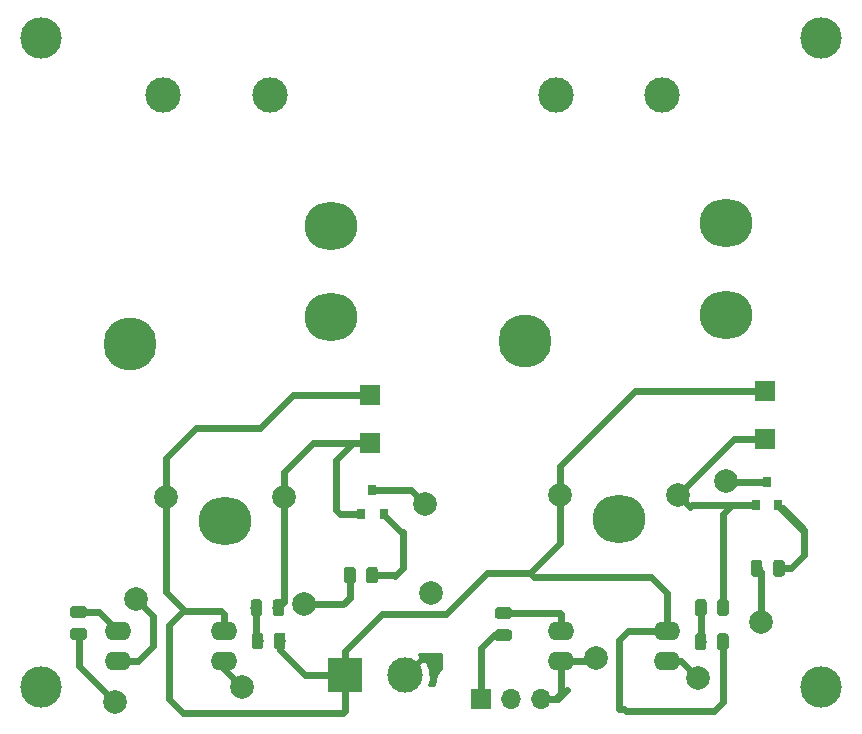
<source format=gtl>
G04 #@! TF.GenerationSoftware,KiCad,Pcbnew,(5.0.1)-3*
G04 #@! TF.CreationDate,2022-08-31T13:01:13+05:45*
G04 #@! TF.ProjectId,Relay-board,52656C61792D626F6172642E6B696361,rev?*
G04 #@! TF.SameCoordinates,Original*
G04 #@! TF.FileFunction,Copper,L1,Top,Signal*
G04 #@! TF.FilePolarity,Positive*
%FSLAX46Y46*%
G04 Gerber Fmt 4.6, Leading zero omitted, Abs format (unit mm)*
G04 Created by KiCad (PCBNEW (5.0.1)-3) date 8/31/2022 1:01:13 PM*
%MOMM*%
%LPD*%
G01*
G04 APERTURE LIST*
G04 #@! TA.AperFunction,WasherPad*
%ADD10C,3.500000*%
G04 #@! TD*
G04 #@! TA.AperFunction,Conductor*
%ADD11C,0.100000*%
G04 #@! TD*
G04 #@! TA.AperFunction,SMDPad,CuDef*
%ADD12C,0.975000*%
G04 #@! TD*
G04 #@! TA.AperFunction,ComponentPad*
%ADD13C,3.000000*%
G04 #@! TD*
G04 #@! TA.AperFunction,ComponentPad*
%ADD14R,3.000000X3.000000*%
G04 #@! TD*
G04 #@! TA.AperFunction,ComponentPad*
%ADD15R,1.700000X1.700000*%
G04 #@! TD*
G04 #@! TA.AperFunction,ComponentPad*
%ADD16O,1.700000X1.700000*%
G04 #@! TD*
G04 #@! TA.AperFunction,ComponentPad*
%ADD17O,4.500000X4.000000*%
G04 #@! TD*
G04 #@! TA.AperFunction,ComponentPad*
%ADD18C,2.000000*%
G04 #@! TD*
G04 #@! TA.AperFunction,ComponentPad*
%ADD19C,4.500000*%
G04 #@! TD*
G04 #@! TA.AperFunction,SMDPad,CuDef*
%ADD20R,1.700000X1.800000*%
G04 #@! TD*
G04 #@! TA.AperFunction,SMDPad,CuDef*
%ADD21O,2.250000X1.600000*%
G04 #@! TD*
G04 #@! TA.AperFunction,SMDPad,CuDef*
%ADD22R,0.800000X0.900000*%
G04 #@! TD*
G04 #@! TA.AperFunction,ViaPad*
%ADD23C,2.000000*%
G04 #@! TD*
G04 #@! TA.AperFunction,Conductor*
%ADD24C,0.600000*%
G04 #@! TD*
G04 #@! TA.AperFunction,Conductor*
%ADD25C,0.254000*%
G04 #@! TD*
G04 APERTURE END LIST*
D10*
G04 #@! TO.P,MH3,*
G04 #@! TO.N,*
X178000000Y-98000000D03*
G04 #@! TD*
G04 #@! TO.P,MH4,*
G04 #@! TO.N,*
X112000000Y-98000000D03*
G04 #@! TD*
G04 #@! TO.P,MH1,*
G04 #@! TO.N,*
X112000000Y-43000000D03*
G04 #@! TD*
D11*
G04 #@! TO.N,Net-(DL1-Pad1)*
G04 #@! TO.C,DL1*
G36*
X168100142Y-93441174D02*
X168123803Y-93444684D01*
X168147007Y-93450496D01*
X168169529Y-93458554D01*
X168191153Y-93468782D01*
X168211670Y-93481079D01*
X168230883Y-93495329D01*
X168248607Y-93511393D01*
X168264671Y-93529117D01*
X168278921Y-93548330D01*
X168291218Y-93568847D01*
X168301446Y-93590471D01*
X168309504Y-93612993D01*
X168315316Y-93636197D01*
X168318826Y-93659858D01*
X168320000Y-93683750D01*
X168320000Y-94596250D01*
X168318826Y-94620142D01*
X168315316Y-94643803D01*
X168309504Y-94667007D01*
X168301446Y-94689529D01*
X168291218Y-94711153D01*
X168278921Y-94731670D01*
X168264671Y-94750883D01*
X168248607Y-94768607D01*
X168230883Y-94784671D01*
X168211670Y-94798921D01*
X168191153Y-94811218D01*
X168169529Y-94821446D01*
X168147007Y-94829504D01*
X168123803Y-94835316D01*
X168100142Y-94838826D01*
X168076250Y-94840000D01*
X167588750Y-94840000D01*
X167564858Y-94838826D01*
X167541197Y-94835316D01*
X167517993Y-94829504D01*
X167495471Y-94821446D01*
X167473847Y-94811218D01*
X167453330Y-94798921D01*
X167434117Y-94784671D01*
X167416393Y-94768607D01*
X167400329Y-94750883D01*
X167386079Y-94731670D01*
X167373782Y-94711153D01*
X167363554Y-94689529D01*
X167355496Y-94667007D01*
X167349684Y-94643803D01*
X167346174Y-94620142D01*
X167345000Y-94596250D01*
X167345000Y-93683750D01*
X167346174Y-93659858D01*
X167349684Y-93636197D01*
X167355496Y-93612993D01*
X167363554Y-93590471D01*
X167373782Y-93568847D01*
X167386079Y-93548330D01*
X167400329Y-93529117D01*
X167416393Y-93511393D01*
X167434117Y-93495329D01*
X167453330Y-93481079D01*
X167473847Y-93468782D01*
X167495471Y-93458554D01*
X167517993Y-93450496D01*
X167541197Y-93444684D01*
X167564858Y-93441174D01*
X167588750Y-93440000D01*
X168076250Y-93440000D01*
X168100142Y-93441174D01*
X168100142Y-93441174D01*
G37*
D12*
G04 #@! TD*
G04 #@! TO.P,DL1,1*
G04 #@! TO.N,Net-(DL1-Pad1)*
X167832500Y-94140000D03*
D11*
G04 #@! TO.N,VPOWER*
G04 #@! TO.C,DL1*
G36*
X169975142Y-93441174D02*
X169998803Y-93444684D01*
X170022007Y-93450496D01*
X170044529Y-93458554D01*
X170066153Y-93468782D01*
X170086670Y-93481079D01*
X170105883Y-93495329D01*
X170123607Y-93511393D01*
X170139671Y-93529117D01*
X170153921Y-93548330D01*
X170166218Y-93568847D01*
X170176446Y-93590471D01*
X170184504Y-93612993D01*
X170190316Y-93636197D01*
X170193826Y-93659858D01*
X170195000Y-93683750D01*
X170195000Y-94596250D01*
X170193826Y-94620142D01*
X170190316Y-94643803D01*
X170184504Y-94667007D01*
X170176446Y-94689529D01*
X170166218Y-94711153D01*
X170153921Y-94731670D01*
X170139671Y-94750883D01*
X170123607Y-94768607D01*
X170105883Y-94784671D01*
X170086670Y-94798921D01*
X170066153Y-94811218D01*
X170044529Y-94821446D01*
X170022007Y-94829504D01*
X169998803Y-94835316D01*
X169975142Y-94838826D01*
X169951250Y-94840000D01*
X169463750Y-94840000D01*
X169439858Y-94838826D01*
X169416197Y-94835316D01*
X169392993Y-94829504D01*
X169370471Y-94821446D01*
X169348847Y-94811218D01*
X169328330Y-94798921D01*
X169309117Y-94784671D01*
X169291393Y-94768607D01*
X169275329Y-94750883D01*
X169261079Y-94731670D01*
X169248782Y-94711153D01*
X169238554Y-94689529D01*
X169230496Y-94667007D01*
X169224684Y-94643803D01*
X169221174Y-94620142D01*
X169220000Y-94596250D01*
X169220000Y-93683750D01*
X169221174Y-93659858D01*
X169224684Y-93636197D01*
X169230496Y-93612993D01*
X169238554Y-93590471D01*
X169248782Y-93568847D01*
X169261079Y-93548330D01*
X169275329Y-93529117D01*
X169291393Y-93511393D01*
X169309117Y-93495329D01*
X169328330Y-93481079D01*
X169348847Y-93468782D01*
X169370471Y-93458554D01*
X169392993Y-93450496D01*
X169416197Y-93444684D01*
X169439858Y-93441174D01*
X169463750Y-93440000D01*
X169951250Y-93440000D01*
X169975142Y-93441174D01*
X169975142Y-93441174D01*
G37*
D12*
G04 #@! TD*
G04 #@! TO.P,DL1,2*
G04 #@! TO.N,VPOWER*
X169707500Y-94140000D03*
D11*
G04 #@! TO.N,VPOWER*
G04 #@! TO.C,DL2*
G36*
X132457642Y-93381174D02*
X132481303Y-93384684D01*
X132504507Y-93390496D01*
X132527029Y-93398554D01*
X132548653Y-93408782D01*
X132569170Y-93421079D01*
X132588383Y-93435329D01*
X132606107Y-93451393D01*
X132622171Y-93469117D01*
X132636421Y-93488330D01*
X132648718Y-93508847D01*
X132658946Y-93530471D01*
X132667004Y-93552993D01*
X132672816Y-93576197D01*
X132676326Y-93599858D01*
X132677500Y-93623750D01*
X132677500Y-94536250D01*
X132676326Y-94560142D01*
X132672816Y-94583803D01*
X132667004Y-94607007D01*
X132658946Y-94629529D01*
X132648718Y-94651153D01*
X132636421Y-94671670D01*
X132622171Y-94690883D01*
X132606107Y-94708607D01*
X132588383Y-94724671D01*
X132569170Y-94738921D01*
X132548653Y-94751218D01*
X132527029Y-94761446D01*
X132504507Y-94769504D01*
X132481303Y-94775316D01*
X132457642Y-94778826D01*
X132433750Y-94780000D01*
X131946250Y-94780000D01*
X131922358Y-94778826D01*
X131898697Y-94775316D01*
X131875493Y-94769504D01*
X131852971Y-94761446D01*
X131831347Y-94751218D01*
X131810830Y-94738921D01*
X131791617Y-94724671D01*
X131773893Y-94708607D01*
X131757829Y-94690883D01*
X131743579Y-94671670D01*
X131731282Y-94651153D01*
X131721054Y-94629529D01*
X131712996Y-94607007D01*
X131707184Y-94583803D01*
X131703674Y-94560142D01*
X131702500Y-94536250D01*
X131702500Y-93623750D01*
X131703674Y-93599858D01*
X131707184Y-93576197D01*
X131712996Y-93552993D01*
X131721054Y-93530471D01*
X131731282Y-93508847D01*
X131743579Y-93488330D01*
X131757829Y-93469117D01*
X131773893Y-93451393D01*
X131791617Y-93435329D01*
X131810830Y-93421079D01*
X131831347Y-93408782D01*
X131852971Y-93398554D01*
X131875493Y-93390496D01*
X131898697Y-93384684D01*
X131922358Y-93381174D01*
X131946250Y-93380000D01*
X132433750Y-93380000D01*
X132457642Y-93381174D01*
X132457642Y-93381174D01*
G37*
D12*
G04 #@! TD*
G04 #@! TO.P,DL2,2*
G04 #@! TO.N,VPOWER*
X132190000Y-94080000D03*
D11*
G04 #@! TO.N,Net-(DL2-Pad1)*
G04 #@! TO.C,DL2*
G36*
X130582642Y-93381174D02*
X130606303Y-93384684D01*
X130629507Y-93390496D01*
X130652029Y-93398554D01*
X130673653Y-93408782D01*
X130694170Y-93421079D01*
X130713383Y-93435329D01*
X130731107Y-93451393D01*
X130747171Y-93469117D01*
X130761421Y-93488330D01*
X130773718Y-93508847D01*
X130783946Y-93530471D01*
X130792004Y-93552993D01*
X130797816Y-93576197D01*
X130801326Y-93599858D01*
X130802500Y-93623750D01*
X130802500Y-94536250D01*
X130801326Y-94560142D01*
X130797816Y-94583803D01*
X130792004Y-94607007D01*
X130783946Y-94629529D01*
X130773718Y-94651153D01*
X130761421Y-94671670D01*
X130747171Y-94690883D01*
X130731107Y-94708607D01*
X130713383Y-94724671D01*
X130694170Y-94738921D01*
X130673653Y-94751218D01*
X130652029Y-94761446D01*
X130629507Y-94769504D01*
X130606303Y-94775316D01*
X130582642Y-94778826D01*
X130558750Y-94780000D01*
X130071250Y-94780000D01*
X130047358Y-94778826D01*
X130023697Y-94775316D01*
X130000493Y-94769504D01*
X129977971Y-94761446D01*
X129956347Y-94751218D01*
X129935830Y-94738921D01*
X129916617Y-94724671D01*
X129898893Y-94708607D01*
X129882829Y-94690883D01*
X129868579Y-94671670D01*
X129856282Y-94651153D01*
X129846054Y-94629529D01*
X129837996Y-94607007D01*
X129832184Y-94583803D01*
X129828674Y-94560142D01*
X129827500Y-94536250D01*
X129827500Y-93623750D01*
X129828674Y-93599858D01*
X129832184Y-93576197D01*
X129837996Y-93552993D01*
X129846054Y-93530471D01*
X129856282Y-93508847D01*
X129868579Y-93488330D01*
X129882829Y-93469117D01*
X129898893Y-93451393D01*
X129916617Y-93435329D01*
X129935830Y-93421079D01*
X129956347Y-93408782D01*
X129977971Y-93398554D01*
X130000493Y-93390496D01*
X130023697Y-93384684D01*
X130047358Y-93381174D01*
X130071250Y-93380000D01*
X130558750Y-93380000D01*
X130582642Y-93381174D01*
X130582642Y-93381174D01*
G37*
D12*
G04 #@! TD*
G04 #@! TO.P,DL2,1*
G04 #@! TO.N,Net-(DL2-Pad1)*
X130315000Y-94080000D03*
D13*
G04 #@! TO.P,J1,1*
G04 #@! TO.N,COM1*
X155560000Y-47820000D03*
G04 #@! TO.P,J1,2*
G04 #@! TO.N,NO1*
X164560000Y-47820000D03*
G04 #@! TD*
G04 #@! TO.P,J2,2*
G04 #@! TO.N,GND*
X142830000Y-97000000D03*
D14*
G04 #@! TO.P,J2,1*
G04 #@! TO.N,VPOWER*
X137750000Y-97000000D03*
G04 #@! TD*
D13*
G04 #@! TO.P,J4,2*
G04 #@! TO.N,NO2*
X131340000Y-47880000D03*
G04 #@! TO.P,J4,1*
G04 #@! TO.N,COM2*
X122340000Y-47880000D03*
G04 #@! TD*
D11*
G04 #@! TO.N,Net-(R1-Pad2)*
G04 #@! TO.C,R1*
G36*
X151610142Y-91233674D02*
X151633803Y-91237184D01*
X151657007Y-91242996D01*
X151679529Y-91251054D01*
X151701153Y-91261282D01*
X151721670Y-91273579D01*
X151740883Y-91287829D01*
X151758607Y-91303893D01*
X151774671Y-91321617D01*
X151788921Y-91340830D01*
X151801218Y-91361347D01*
X151811446Y-91382971D01*
X151819504Y-91405493D01*
X151825316Y-91428697D01*
X151828826Y-91452358D01*
X151830000Y-91476250D01*
X151830000Y-91963750D01*
X151828826Y-91987642D01*
X151825316Y-92011303D01*
X151819504Y-92034507D01*
X151811446Y-92057029D01*
X151801218Y-92078653D01*
X151788921Y-92099170D01*
X151774671Y-92118383D01*
X151758607Y-92136107D01*
X151740883Y-92152171D01*
X151721670Y-92166421D01*
X151701153Y-92178718D01*
X151679529Y-92188946D01*
X151657007Y-92197004D01*
X151633803Y-92202816D01*
X151610142Y-92206326D01*
X151586250Y-92207500D01*
X150673750Y-92207500D01*
X150649858Y-92206326D01*
X150626197Y-92202816D01*
X150602993Y-92197004D01*
X150580471Y-92188946D01*
X150558847Y-92178718D01*
X150538330Y-92166421D01*
X150519117Y-92152171D01*
X150501393Y-92136107D01*
X150485329Y-92118383D01*
X150471079Y-92099170D01*
X150458782Y-92078653D01*
X150448554Y-92057029D01*
X150440496Y-92034507D01*
X150434684Y-92011303D01*
X150431174Y-91987642D01*
X150430000Y-91963750D01*
X150430000Y-91476250D01*
X150431174Y-91452358D01*
X150434684Y-91428697D01*
X150440496Y-91405493D01*
X150448554Y-91382971D01*
X150458782Y-91361347D01*
X150471079Y-91340830D01*
X150485329Y-91321617D01*
X150501393Y-91303893D01*
X150519117Y-91287829D01*
X150538330Y-91273579D01*
X150558847Y-91261282D01*
X150580471Y-91251054D01*
X150602993Y-91242996D01*
X150626197Y-91237184D01*
X150649858Y-91233674D01*
X150673750Y-91232500D01*
X151586250Y-91232500D01*
X151610142Y-91233674D01*
X151610142Y-91233674D01*
G37*
D12*
G04 #@! TD*
G04 #@! TO.P,R1,2*
G04 #@! TO.N,Net-(R1-Pad2)*
X151130000Y-91720000D03*
D11*
G04 #@! TO.N,IN1*
G04 #@! TO.C,R1*
G36*
X151610142Y-93108674D02*
X151633803Y-93112184D01*
X151657007Y-93117996D01*
X151679529Y-93126054D01*
X151701153Y-93136282D01*
X151721670Y-93148579D01*
X151740883Y-93162829D01*
X151758607Y-93178893D01*
X151774671Y-93196617D01*
X151788921Y-93215830D01*
X151801218Y-93236347D01*
X151811446Y-93257971D01*
X151819504Y-93280493D01*
X151825316Y-93303697D01*
X151828826Y-93327358D01*
X151830000Y-93351250D01*
X151830000Y-93838750D01*
X151828826Y-93862642D01*
X151825316Y-93886303D01*
X151819504Y-93909507D01*
X151811446Y-93932029D01*
X151801218Y-93953653D01*
X151788921Y-93974170D01*
X151774671Y-93993383D01*
X151758607Y-94011107D01*
X151740883Y-94027171D01*
X151721670Y-94041421D01*
X151701153Y-94053718D01*
X151679529Y-94063946D01*
X151657007Y-94072004D01*
X151633803Y-94077816D01*
X151610142Y-94081326D01*
X151586250Y-94082500D01*
X150673750Y-94082500D01*
X150649858Y-94081326D01*
X150626197Y-94077816D01*
X150602993Y-94072004D01*
X150580471Y-94063946D01*
X150558847Y-94053718D01*
X150538330Y-94041421D01*
X150519117Y-94027171D01*
X150501393Y-94011107D01*
X150485329Y-93993383D01*
X150471079Y-93974170D01*
X150458782Y-93953653D01*
X150448554Y-93932029D01*
X150440496Y-93909507D01*
X150434684Y-93886303D01*
X150431174Y-93862642D01*
X150430000Y-93838750D01*
X150430000Y-93351250D01*
X150431174Y-93327358D01*
X150434684Y-93303697D01*
X150440496Y-93280493D01*
X150448554Y-93257971D01*
X150458782Y-93236347D01*
X150471079Y-93215830D01*
X150485329Y-93196617D01*
X150501393Y-93178893D01*
X150519117Y-93162829D01*
X150538330Y-93148579D01*
X150558847Y-93136282D01*
X150580471Y-93126054D01*
X150602993Y-93117996D01*
X150626197Y-93112184D01*
X150649858Y-93108674D01*
X150673750Y-93107500D01*
X151586250Y-93107500D01*
X151610142Y-93108674D01*
X151610142Y-93108674D01*
G37*
D12*
G04 #@! TD*
G04 #@! TO.P,R1,1*
G04 #@! TO.N,IN1*
X151130000Y-93595000D03*
D11*
G04 #@! TO.N,Net-(D1-Pad2)*
G04 #@! TO.C,R2*
G36*
X169992642Y-90561174D02*
X170016303Y-90564684D01*
X170039507Y-90570496D01*
X170062029Y-90578554D01*
X170083653Y-90588782D01*
X170104170Y-90601079D01*
X170123383Y-90615329D01*
X170141107Y-90631393D01*
X170157171Y-90649117D01*
X170171421Y-90668330D01*
X170183718Y-90688847D01*
X170193946Y-90710471D01*
X170202004Y-90732993D01*
X170207816Y-90756197D01*
X170211326Y-90779858D01*
X170212500Y-90803750D01*
X170212500Y-91716250D01*
X170211326Y-91740142D01*
X170207816Y-91763803D01*
X170202004Y-91787007D01*
X170193946Y-91809529D01*
X170183718Y-91831153D01*
X170171421Y-91851670D01*
X170157171Y-91870883D01*
X170141107Y-91888607D01*
X170123383Y-91904671D01*
X170104170Y-91918921D01*
X170083653Y-91931218D01*
X170062029Y-91941446D01*
X170039507Y-91949504D01*
X170016303Y-91955316D01*
X169992642Y-91958826D01*
X169968750Y-91960000D01*
X169481250Y-91960000D01*
X169457358Y-91958826D01*
X169433697Y-91955316D01*
X169410493Y-91949504D01*
X169387971Y-91941446D01*
X169366347Y-91931218D01*
X169345830Y-91918921D01*
X169326617Y-91904671D01*
X169308893Y-91888607D01*
X169292829Y-91870883D01*
X169278579Y-91851670D01*
X169266282Y-91831153D01*
X169256054Y-91809529D01*
X169247996Y-91787007D01*
X169242184Y-91763803D01*
X169238674Y-91740142D01*
X169237500Y-91716250D01*
X169237500Y-90803750D01*
X169238674Y-90779858D01*
X169242184Y-90756197D01*
X169247996Y-90732993D01*
X169256054Y-90710471D01*
X169266282Y-90688847D01*
X169278579Y-90668330D01*
X169292829Y-90649117D01*
X169308893Y-90631393D01*
X169326617Y-90615329D01*
X169345830Y-90601079D01*
X169366347Y-90588782D01*
X169387971Y-90578554D01*
X169410493Y-90570496D01*
X169433697Y-90564684D01*
X169457358Y-90561174D01*
X169481250Y-90560000D01*
X169968750Y-90560000D01*
X169992642Y-90561174D01*
X169992642Y-90561174D01*
G37*
D12*
G04 #@! TD*
G04 #@! TO.P,R2,1*
G04 #@! TO.N,Net-(D1-Pad2)*
X169725000Y-91260000D03*
D11*
G04 #@! TO.N,Net-(DL1-Pad1)*
G04 #@! TO.C,R2*
G36*
X168117642Y-90561174D02*
X168141303Y-90564684D01*
X168164507Y-90570496D01*
X168187029Y-90578554D01*
X168208653Y-90588782D01*
X168229170Y-90601079D01*
X168248383Y-90615329D01*
X168266107Y-90631393D01*
X168282171Y-90649117D01*
X168296421Y-90668330D01*
X168308718Y-90688847D01*
X168318946Y-90710471D01*
X168327004Y-90732993D01*
X168332816Y-90756197D01*
X168336326Y-90779858D01*
X168337500Y-90803750D01*
X168337500Y-91716250D01*
X168336326Y-91740142D01*
X168332816Y-91763803D01*
X168327004Y-91787007D01*
X168318946Y-91809529D01*
X168308718Y-91831153D01*
X168296421Y-91851670D01*
X168282171Y-91870883D01*
X168266107Y-91888607D01*
X168248383Y-91904671D01*
X168229170Y-91918921D01*
X168208653Y-91931218D01*
X168187029Y-91941446D01*
X168164507Y-91949504D01*
X168141303Y-91955316D01*
X168117642Y-91958826D01*
X168093750Y-91960000D01*
X167606250Y-91960000D01*
X167582358Y-91958826D01*
X167558697Y-91955316D01*
X167535493Y-91949504D01*
X167512971Y-91941446D01*
X167491347Y-91931218D01*
X167470830Y-91918921D01*
X167451617Y-91904671D01*
X167433893Y-91888607D01*
X167417829Y-91870883D01*
X167403579Y-91851670D01*
X167391282Y-91831153D01*
X167381054Y-91809529D01*
X167372996Y-91787007D01*
X167367184Y-91763803D01*
X167363674Y-91740142D01*
X167362500Y-91716250D01*
X167362500Y-90803750D01*
X167363674Y-90779858D01*
X167367184Y-90756197D01*
X167372996Y-90732993D01*
X167381054Y-90710471D01*
X167391282Y-90688847D01*
X167403579Y-90668330D01*
X167417829Y-90649117D01*
X167433893Y-90631393D01*
X167451617Y-90615329D01*
X167470830Y-90601079D01*
X167491347Y-90588782D01*
X167512971Y-90578554D01*
X167535493Y-90570496D01*
X167558697Y-90564684D01*
X167582358Y-90561174D01*
X167606250Y-90560000D01*
X168093750Y-90560000D01*
X168117642Y-90561174D01*
X168117642Y-90561174D01*
G37*
D12*
G04 #@! TD*
G04 #@! TO.P,R2,2*
G04 #@! TO.N,Net-(DL1-Pad1)*
X167850000Y-91260000D03*
D11*
G04 #@! TO.N,Net-(Q1-Pad2)*
G04 #@! TO.C,R3*
G36*
X174725142Y-87231174D02*
X174748803Y-87234684D01*
X174772007Y-87240496D01*
X174794529Y-87248554D01*
X174816153Y-87258782D01*
X174836670Y-87271079D01*
X174855883Y-87285329D01*
X174873607Y-87301393D01*
X174889671Y-87319117D01*
X174903921Y-87338330D01*
X174916218Y-87358847D01*
X174926446Y-87380471D01*
X174934504Y-87402993D01*
X174940316Y-87426197D01*
X174943826Y-87449858D01*
X174945000Y-87473750D01*
X174945000Y-88386250D01*
X174943826Y-88410142D01*
X174940316Y-88433803D01*
X174934504Y-88457007D01*
X174926446Y-88479529D01*
X174916218Y-88501153D01*
X174903921Y-88521670D01*
X174889671Y-88540883D01*
X174873607Y-88558607D01*
X174855883Y-88574671D01*
X174836670Y-88588921D01*
X174816153Y-88601218D01*
X174794529Y-88611446D01*
X174772007Y-88619504D01*
X174748803Y-88625316D01*
X174725142Y-88628826D01*
X174701250Y-88630000D01*
X174213750Y-88630000D01*
X174189858Y-88628826D01*
X174166197Y-88625316D01*
X174142993Y-88619504D01*
X174120471Y-88611446D01*
X174098847Y-88601218D01*
X174078330Y-88588921D01*
X174059117Y-88574671D01*
X174041393Y-88558607D01*
X174025329Y-88540883D01*
X174011079Y-88521670D01*
X173998782Y-88501153D01*
X173988554Y-88479529D01*
X173980496Y-88457007D01*
X173974684Y-88433803D01*
X173971174Y-88410142D01*
X173970000Y-88386250D01*
X173970000Y-87473750D01*
X173971174Y-87449858D01*
X173974684Y-87426197D01*
X173980496Y-87402993D01*
X173988554Y-87380471D01*
X173998782Y-87358847D01*
X174011079Y-87338330D01*
X174025329Y-87319117D01*
X174041393Y-87301393D01*
X174059117Y-87285329D01*
X174078330Y-87271079D01*
X174098847Y-87258782D01*
X174120471Y-87248554D01*
X174142993Y-87240496D01*
X174166197Y-87234684D01*
X174189858Y-87231174D01*
X174213750Y-87230000D01*
X174701250Y-87230000D01*
X174725142Y-87231174D01*
X174725142Y-87231174D01*
G37*
D12*
G04 #@! TD*
G04 #@! TO.P,R3,1*
G04 #@! TO.N,Net-(Q1-Pad2)*
X174457500Y-87930000D03*
D11*
G04 #@! TO.N,Net-(R3-Pad2)*
G04 #@! TO.C,R3*
G36*
X172850142Y-87231174D02*
X172873803Y-87234684D01*
X172897007Y-87240496D01*
X172919529Y-87248554D01*
X172941153Y-87258782D01*
X172961670Y-87271079D01*
X172980883Y-87285329D01*
X172998607Y-87301393D01*
X173014671Y-87319117D01*
X173028921Y-87338330D01*
X173041218Y-87358847D01*
X173051446Y-87380471D01*
X173059504Y-87402993D01*
X173065316Y-87426197D01*
X173068826Y-87449858D01*
X173070000Y-87473750D01*
X173070000Y-88386250D01*
X173068826Y-88410142D01*
X173065316Y-88433803D01*
X173059504Y-88457007D01*
X173051446Y-88479529D01*
X173041218Y-88501153D01*
X173028921Y-88521670D01*
X173014671Y-88540883D01*
X172998607Y-88558607D01*
X172980883Y-88574671D01*
X172961670Y-88588921D01*
X172941153Y-88601218D01*
X172919529Y-88611446D01*
X172897007Y-88619504D01*
X172873803Y-88625316D01*
X172850142Y-88628826D01*
X172826250Y-88630000D01*
X172338750Y-88630000D01*
X172314858Y-88628826D01*
X172291197Y-88625316D01*
X172267993Y-88619504D01*
X172245471Y-88611446D01*
X172223847Y-88601218D01*
X172203330Y-88588921D01*
X172184117Y-88574671D01*
X172166393Y-88558607D01*
X172150329Y-88540883D01*
X172136079Y-88521670D01*
X172123782Y-88501153D01*
X172113554Y-88479529D01*
X172105496Y-88457007D01*
X172099684Y-88433803D01*
X172096174Y-88410142D01*
X172095000Y-88386250D01*
X172095000Y-87473750D01*
X172096174Y-87449858D01*
X172099684Y-87426197D01*
X172105496Y-87402993D01*
X172113554Y-87380471D01*
X172123782Y-87358847D01*
X172136079Y-87338330D01*
X172150329Y-87319117D01*
X172166393Y-87301393D01*
X172184117Y-87285329D01*
X172203330Y-87271079D01*
X172223847Y-87258782D01*
X172245471Y-87248554D01*
X172267993Y-87240496D01*
X172291197Y-87234684D01*
X172314858Y-87231174D01*
X172338750Y-87230000D01*
X172826250Y-87230000D01*
X172850142Y-87231174D01*
X172850142Y-87231174D01*
G37*
D12*
G04 #@! TD*
G04 #@! TO.P,R3,2*
G04 #@! TO.N,Net-(R3-Pad2)*
X172582500Y-87930000D03*
D11*
G04 #@! TO.N,Net-(R4-Pad2)*
G04 #@! TO.C,R4*
G36*
X115640142Y-91128674D02*
X115663803Y-91132184D01*
X115687007Y-91137996D01*
X115709529Y-91146054D01*
X115731153Y-91156282D01*
X115751670Y-91168579D01*
X115770883Y-91182829D01*
X115788607Y-91198893D01*
X115804671Y-91216617D01*
X115818921Y-91235830D01*
X115831218Y-91256347D01*
X115841446Y-91277971D01*
X115849504Y-91300493D01*
X115855316Y-91323697D01*
X115858826Y-91347358D01*
X115860000Y-91371250D01*
X115860000Y-91858750D01*
X115858826Y-91882642D01*
X115855316Y-91906303D01*
X115849504Y-91929507D01*
X115841446Y-91952029D01*
X115831218Y-91973653D01*
X115818921Y-91994170D01*
X115804671Y-92013383D01*
X115788607Y-92031107D01*
X115770883Y-92047171D01*
X115751670Y-92061421D01*
X115731153Y-92073718D01*
X115709529Y-92083946D01*
X115687007Y-92092004D01*
X115663803Y-92097816D01*
X115640142Y-92101326D01*
X115616250Y-92102500D01*
X114703750Y-92102500D01*
X114679858Y-92101326D01*
X114656197Y-92097816D01*
X114632993Y-92092004D01*
X114610471Y-92083946D01*
X114588847Y-92073718D01*
X114568330Y-92061421D01*
X114549117Y-92047171D01*
X114531393Y-92031107D01*
X114515329Y-92013383D01*
X114501079Y-91994170D01*
X114488782Y-91973653D01*
X114478554Y-91952029D01*
X114470496Y-91929507D01*
X114464684Y-91906303D01*
X114461174Y-91882642D01*
X114460000Y-91858750D01*
X114460000Y-91371250D01*
X114461174Y-91347358D01*
X114464684Y-91323697D01*
X114470496Y-91300493D01*
X114478554Y-91277971D01*
X114488782Y-91256347D01*
X114501079Y-91235830D01*
X114515329Y-91216617D01*
X114531393Y-91198893D01*
X114549117Y-91182829D01*
X114568330Y-91168579D01*
X114588847Y-91156282D01*
X114610471Y-91146054D01*
X114632993Y-91137996D01*
X114656197Y-91132184D01*
X114679858Y-91128674D01*
X114703750Y-91127500D01*
X115616250Y-91127500D01*
X115640142Y-91128674D01*
X115640142Y-91128674D01*
G37*
D12*
G04 #@! TD*
G04 #@! TO.P,R4,2*
G04 #@! TO.N,Net-(R4-Pad2)*
X115160000Y-91615000D03*
D11*
G04 #@! TO.N,IN2*
G04 #@! TO.C,R4*
G36*
X115640142Y-93003674D02*
X115663803Y-93007184D01*
X115687007Y-93012996D01*
X115709529Y-93021054D01*
X115731153Y-93031282D01*
X115751670Y-93043579D01*
X115770883Y-93057829D01*
X115788607Y-93073893D01*
X115804671Y-93091617D01*
X115818921Y-93110830D01*
X115831218Y-93131347D01*
X115841446Y-93152971D01*
X115849504Y-93175493D01*
X115855316Y-93198697D01*
X115858826Y-93222358D01*
X115860000Y-93246250D01*
X115860000Y-93733750D01*
X115858826Y-93757642D01*
X115855316Y-93781303D01*
X115849504Y-93804507D01*
X115841446Y-93827029D01*
X115831218Y-93848653D01*
X115818921Y-93869170D01*
X115804671Y-93888383D01*
X115788607Y-93906107D01*
X115770883Y-93922171D01*
X115751670Y-93936421D01*
X115731153Y-93948718D01*
X115709529Y-93958946D01*
X115687007Y-93967004D01*
X115663803Y-93972816D01*
X115640142Y-93976326D01*
X115616250Y-93977500D01*
X114703750Y-93977500D01*
X114679858Y-93976326D01*
X114656197Y-93972816D01*
X114632993Y-93967004D01*
X114610471Y-93958946D01*
X114588847Y-93948718D01*
X114568330Y-93936421D01*
X114549117Y-93922171D01*
X114531393Y-93906107D01*
X114515329Y-93888383D01*
X114501079Y-93869170D01*
X114488782Y-93848653D01*
X114478554Y-93827029D01*
X114470496Y-93804507D01*
X114464684Y-93781303D01*
X114461174Y-93757642D01*
X114460000Y-93733750D01*
X114460000Y-93246250D01*
X114461174Y-93222358D01*
X114464684Y-93198697D01*
X114470496Y-93175493D01*
X114478554Y-93152971D01*
X114488782Y-93131347D01*
X114501079Y-93110830D01*
X114515329Y-93091617D01*
X114531393Y-93073893D01*
X114549117Y-93057829D01*
X114568330Y-93043579D01*
X114588847Y-93031282D01*
X114610471Y-93021054D01*
X114632993Y-93012996D01*
X114656197Y-93007184D01*
X114679858Y-93003674D01*
X114703750Y-93002500D01*
X115616250Y-93002500D01*
X115640142Y-93003674D01*
X115640142Y-93003674D01*
G37*
D12*
G04 #@! TD*
G04 #@! TO.P,R4,1*
G04 #@! TO.N,IN2*
X115160000Y-93490000D03*
D11*
G04 #@! TO.N,Net-(DL2-Pad1)*
G04 #@! TO.C,R5*
G36*
X130480142Y-90561174D02*
X130503803Y-90564684D01*
X130527007Y-90570496D01*
X130549529Y-90578554D01*
X130571153Y-90588782D01*
X130591670Y-90601079D01*
X130610883Y-90615329D01*
X130628607Y-90631393D01*
X130644671Y-90649117D01*
X130658921Y-90668330D01*
X130671218Y-90688847D01*
X130681446Y-90710471D01*
X130689504Y-90732993D01*
X130695316Y-90756197D01*
X130698826Y-90779858D01*
X130700000Y-90803750D01*
X130700000Y-91716250D01*
X130698826Y-91740142D01*
X130695316Y-91763803D01*
X130689504Y-91787007D01*
X130681446Y-91809529D01*
X130671218Y-91831153D01*
X130658921Y-91851670D01*
X130644671Y-91870883D01*
X130628607Y-91888607D01*
X130610883Y-91904671D01*
X130591670Y-91918921D01*
X130571153Y-91931218D01*
X130549529Y-91941446D01*
X130527007Y-91949504D01*
X130503803Y-91955316D01*
X130480142Y-91958826D01*
X130456250Y-91960000D01*
X129968750Y-91960000D01*
X129944858Y-91958826D01*
X129921197Y-91955316D01*
X129897993Y-91949504D01*
X129875471Y-91941446D01*
X129853847Y-91931218D01*
X129833330Y-91918921D01*
X129814117Y-91904671D01*
X129796393Y-91888607D01*
X129780329Y-91870883D01*
X129766079Y-91851670D01*
X129753782Y-91831153D01*
X129743554Y-91809529D01*
X129735496Y-91787007D01*
X129729684Y-91763803D01*
X129726174Y-91740142D01*
X129725000Y-91716250D01*
X129725000Y-90803750D01*
X129726174Y-90779858D01*
X129729684Y-90756197D01*
X129735496Y-90732993D01*
X129743554Y-90710471D01*
X129753782Y-90688847D01*
X129766079Y-90668330D01*
X129780329Y-90649117D01*
X129796393Y-90631393D01*
X129814117Y-90615329D01*
X129833330Y-90601079D01*
X129853847Y-90588782D01*
X129875471Y-90578554D01*
X129897993Y-90570496D01*
X129921197Y-90564684D01*
X129944858Y-90561174D01*
X129968750Y-90560000D01*
X130456250Y-90560000D01*
X130480142Y-90561174D01*
X130480142Y-90561174D01*
G37*
D12*
G04 #@! TD*
G04 #@! TO.P,R5,2*
G04 #@! TO.N,Net-(DL2-Pad1)*
X130212500Y-91260000D03*
D11*
G04 #@! TO.N,Net-(D2-Pad2)*
G04 #@! TO.C,R5*
G36*
X132355142Y-90561174D02*
X132378803Y-90564684D01*
X132402007Y-90570496D01*
X132424529Y-90578554D01*
X132446153Y-90588782D01*
X132466670Y-90601079D01*
X132485883Y-90615329D01*
X132503607Y-90631393D01*
X132519671Y-90649117D01*
X132533921Y-90668330D01*
X132546218Y-90688847D01*
X132556446Y-90710471D01*
X132564504Y-90732993D01*
X132570316Y-90756197D01*
X132573826Y-90779858D01*
X132575000Y-90803750D01*
X132575000Y-91716250D01*
X132573826Y-91740142D01*
X132570316Y-91763803D01*
X132564504Y-91787007D01*
X132556446Y-91809529D01*
X132546218Y-91831153D01*
X132533921Y-91851670D01*
X132519671Y-91870883D01*
X132503607Y-91888607D01*
X132485883Y-91904671D01*
X132466670Y-91918921D01*
X132446153Y-91931218D01*
X132424529Y-91941446D01*
X132402007Y-91949504D01*
X132378803Y-91955316D01*
X132355142Y-91958826D01*
X132331250Y-91960000D01*
X131843750Y-91960000D01*
X131819858Y-91958826D01*
X131796197Y-91955316D01*
X131772993Y-91949504D01*
X131750471Y-91941446D01*
X131728847Y-91931218D01*
X131708330Y-91918921D01*
X131689117Y-91904671D01*
X131671393Y-91888607D01*
X131655329Y-91870883D01*
X131641079Y-91851670D01*
X131628782Y-91831153D01*
X131618554Y-91809529D01*
X131610496Y-91787007D01*
X131604684Y-91763803D01*
X131601174Y-91740142D01*
X131600000Y-91716250D01*
X131600000Y-90803750D01*
X131601174Y-90779858D01*
X131604684Y-90756197D01*
X131610496Y-90732993D01*
X131618554Y-90710471D01*
X131628782Y-90688847D01*
X131641079Y-90668330D01*
X131655329Y-90649117D01*
X131671393Y-90631393D01*
X131689117Y-90615329D01*
X131708330Y-90601079D01*
X131728847Y-90588782D01*
X131750471Y-90578554D01*
X131772993Y-90570496D01*
X131796197Y-90564684D01*
X131819858Y-90561174D01*
X131843750Y-90560000D01*
X132331250Y-90560000D01*
X132355142Y-90561174D01*
X132355142Y-90561174D01*
G37*
D12*
G04 #@! TD*
G04 #@! TO.P,R5,1*
G04 #@! TO.N,Net-(D2-Pad2)*
X132087500Y-91260000D03*
D11*
G04 #@! TO.N,Net-(Q2-Pad2)*
G04 #@! TO.C,R6*
G36*
X140277642Y-87811174D02*
X140301303Y-87814684D01*
X140324507Y-87820496D01*
X140347029Y-87828554D01*
X140368653Y-87838782D01*
X140389170Y-87851079D01*
X140408383Y-87865329D01*
X140426107Y-87881393D01*
X140442171Y-87899117D01*
X140456421Y-87918330D01*
X140468718Y-87938847D01*
X140478946Y-87960471D01*
X140487004Y-87982993D01*
X140492816Y-88006197D01*
X140496326Y-88029858D01*
X140497500Y-88053750D01*
X140497500Y-88966250D01*
X140496326Y-88990142D01*
X140492816Y-89013803D01*
X140487004Y-89037007D01*
X140478946Y-89059529D01*
X140468718Y-89081153D01*
X140456421Y-89101670D01*
X140442171Y-89120883D01*
X140426107Y-89138607D01*
X140408383Y-89154671D01*
X140389170Y-89168921D01*
X140368653Y-89181218D01*
X140347029Y-89191446D01*
X140324507Y-89199504D01*
X140301303Y-89205316D01*
X140277642Y-89208826D01*
X140253750Y-89210000D01*
X139766250Y-89210000D01*
X139742358Y-89208826D01*
X139718697Y-89205316D01*
X139695493Y-89199504D01*
X139672971Y-89191446D01*
X139651347Y-89181218D01*
X139630830Y-89168921D01*
X139611617Y-89154671D01*
X139593893Y-89138607D01*
X139577829Y-89120883D01*
X139563579Y-89101670D01*
X139551282Y-89081153D01*
X139541054Y-89059529D01*
X139532996Y-89037007D01*
X139527184Y-89013803D01*
X139523674Y-88990142D01*
X139522500Y-88966250D01*
X139522500Y-88053750D01*
X139523674Y-88029858D01*
X139527184Y-88006197D01*
X139532996Y-87982993D01*
X139541054Y-87960471D01*
X139551282Y-87938847D01*
X139563579Y-87918330D01*
X139577829Y-87899117D01*
X139593893Y-87881393D01*
X139611617Y-87865329D01*
X139630830Y-87851079D01*
X139651347Y-87838782D01*
X139672971Y-87828554D01*
X139695493Y-87820496D01*
X139718697Y-87814684D01*
X139742358Y-87811174D01*
X139766250Y-87810000D01*
X140253750Y-87810000D01*
X140277642Y-87811174D01*
X140277642Y-87811174D01*
G37*
D12*
G04 #@! TD*
G04 #@! TO.P,R6,1*
G04 #@! TO.N,Net-(Q2-Pad2)*
X140010000Y-88510000D03*
D11*
G04 #@! TO.N,Net-(R6-Pad2)*
G04 #@! TO.C,R6*
G36*
X138402642Y-87811174D02*
X138426303Y-87814684D01*
X138449507Y-87820496D01*
X138472029Y-87828554D01*
X138493653Y-87838782D01*
X138514170Y-87851079D01*
X138533383Y-87865329D01*
X138551107Y-87881393D01*
X138567171Y-87899117D01*
X138581421Y-87918330D01*
X138593718Y-87938847D01*
X138603946Y-87960471D01*
X138612004Y-87982993D01*
X138617816Y-88006197D01*
X138621326Y-88029858D01*
X138622500Y-88053750D01*
X138622500Y-88966250D01*
X138621326Y-88990142D01*
X138617816Y-89013803D01*
X138612004Y-89037007D01*
X138603946Y-89059529D01*
X138593718Y-89081153D01*
X138581421Y-89101670D01*
X138567171Y-89120883D01*
X138551107Y-89138607D01*
X138533383Y-89154671D01*
X138514170Y-89168921D01*
X138493653Y-89181218D01*
X138472029Y-89191446D01*
X138449507Y-89199504D01*
X138426303Y-89205316D01*
X138402642Y-89208826D01*
X138378750Y-89210000D01*
X137891250Y-89210000D01*
X137867358Y-89208826D01*
X137843697Y-89205316D01*
X137820493Y-89199504D01*
X137797971Y-89191446D01*
X137776347Y-89181218D01*
X137755830Y-89168921D01*
X137736617Y-89154671D01*
X137718893Y-89138607D01*
X137702829Y-89120883D01*
X137688579Y-89101670D01*
X137676282Y-89081153D01*
X137666054Y-89059529D01*
X137657996Y-89037007D01*
X137652184Y-89013803D01*
X137648674Y-88990142D01*
X137647500Y-88966250D01*
X137647500Y-88053750D01*
X137648674Y-88029858D01*
X137652184Y-88006197D01*
X137657996Y-87982993D01*
X137666054Y-87960471D01*
X137676282Y-87938847D01*
X137688579Y-87918330D01*
X137702829Y-87899117D01*
X137718893Y-87881393D01*
X137736617Y-87865329D01*
X137755830Y-87851079D01*
X137776347Y-87838782D01*
X137797971Y-87828554D01*
X137820493Y-87820496D01*
X137843697Y-87814684D01*
X137867358Y-87811174D01*
X137891250Y-87810000D01*
X138378750Y-87810000D01*
X138402642Y-87811174D01*
X138402642Y-87811174D01*
G37*
D12*
G04 #@! TD*
G04 #@! TO.P,R6,2*
G04 #@! TO.N,Net-(R6-Pad2)*
X138135000Y-88510000D03*
D15*
G04 #@! TO.P,J3,1*
G04 #@! TO.N,IN1*
X149250000Y-99000000D03*
D16*
G04 #@! TO.P,J3,2*
G04 #@! TO.N,IN2*
X151790000Y-99000000D03*
G04 #@! TO.P,J3,3*
G04 #@! TO.N,GND*
X154330000Y-99000000D03*
G04 #@! TD*
D10*
G04 #@! TO.P,MH2,*
G04 #@! TO.N,*
X178000000Y-43000000D03*
G04 #@! TD*
D17*
G04 #@! TO.P,RELAY1,6*
G04 #@! TO.N,N/C*
X160940000Y-83720000D03*
G04 #@! TO.P,RELAY1,5*
X169940000Y-58720000D03*
G04 #@! TO.P,RELAY1,4*
G04 #@! TO.N,NO1*
X169940000Y-66470000D03*
D18*
G04 #@! TO.P,RELAY1,3*
G04 #@! TO.N,Net-(D1-Pad2)*
X165940000Y-81720000D03*
G04 #@! TO.P,RELAY1,2*
G04 #@! TO.N,VPOWER*
X155940000Y-81720000D03*
D19*
G04 #@! TO.P,RELAY1,1*
G04 #@! TO.N,COM1*
X152940000Y-68720000D03*
G04 #@! TD*
G04 #@! TO.P,RELAY2,1*
G04 #@! TO.N,COM2*
X119540000Y-68910000D03*
D18*
G04 #@! TO.P,RELAY2,2*
G04 #@! TO.N,VPOWER*
X122540000Y-81910000D03*
G04 #@! TO.P,RELAY2,3*
G04 #@! TO.N,Net-(D2-Pad2)*
X132540000Y-81910000D03*
D17*
G04 #@! TO.P,RELAY2,4*
G04 #@! TO.N,NO2*
X136540000Y-66660000D03*
G04 #@! TO.P,RELAY2,5*
G04 #@! TO.N,N/C*
X136540000Y-58910000D03*
G04 #@! TO.P,RELAY2,6*
X127540000Y-83910000D03*
G04 #@! TD*
D20*
G04 #@! TO.P,D1,1*
G04 #@! TO.N,VPOWER*
X173290000Y-72920000D03*
G04 #@! TO.P,D1,2*
G04 #@! TO.N,Net-(D1-Pad2)*
X173290000Y-77020000D03*
G04 #@! TD*
G04 #@! TO.P,D2,2*
G04 #@! TO.N,Net-(D2-Pad2)*
X139880000Y-77330000D03*
G04 #@! TO.P,D2,1*
G04 #@! TO.N,VPOWER*
X139880000Y-73230000D03*
G04 #@! TD*
D21*
G04 #@! TO.P,U1,1*
G04 #@! TO.N,Net-(R1-Pad2)*
X156000000Y-93230000D03*
G04 #@! TO.P,U1,2*
G04 #@! TO.N,GND*
X156000000Y-95770000D03*
G04 #@! TO.P,U1,3*
G04 #@! TO.N,Net-(R3-Pad2)*
X165000000Y-95770000D03*
G04 #@! TO.P,U1,4*
G04 #@! TO.N,VPOWER*
X165000000Y-93230000D03*
G04 #@! TD*
G04 #@! TO.P,U2,4*
G04 #@! TO.N,VPOWER*
X127500000Y-93230000D03*
G04 #@! TO.P,U2,3*
G04 #@! TO.N,Net-(R6-Pad2)*
X127500000Y-95770000D03*
G04 #@! TO.P,U2,2*
G04 #@! TO.N,GND*
X118500000Y-95770000D03*
G04 #@! TO.P,U2,1*
G04 #@! TO.N,Net-(R4-Pad2)*
X118500000Y-93230000D03*
G04 #@! TD*
D22*
G04 #@! TO.P,Q1,1*
G04 #@! TO.N,Net-(D1-Pad2)*
X172500000Y-82590000D03*
G04 #@! TO.P,Q1,2*
G04 #@! TO.N,Net-(Q1-Pad2)*
X174400000Y-82590000D03*
G04 #@! TO.P,Q1,3*
G04 #@! TO.N,GND*
X173450000Y-80590000D03*
G04 #@! TD*
G04 #@! TO.P,Q2,3*
G04 #@! TO.N,GND*
X140050000Y-81330000D03*
G04 #@! TO.P,Q2,2*
G04 #@! TO.N,Net-(Q2-Pad2)*
X141000000Y-83330000D03*
G04 #@! TO.P,Q2,1*
G04 #@! TO.N,Net-(D2-Pad2)*
X139100000Y-83330000D03*
G04 #@! TD*
D23*
G04 #@! TO.N,GND*
X159000000Y-95500000D03*
X144500000Y-82500000D03*
X145000000Y-90000000D03*
X170000000Y-80500000D03*
X120000000Y-90500000D03*
G04 #@! TO.N,IN2*
X118210000Y-99280000D03*
G04 #@! TO.N,Net-(R3-Pad2)*
X167570000Y-97210000D03*
X172940000Y-92440000D03*
G04 #@! TO.N,Net-(R6-Pad2)*
X129000000Y-98000000D03*
X134234738Y-90941162D03*
G04 #@! TD*
D24*
G04 #@! TO.N,Net-(D1-Pad2)*
X170640000Y-77020000D02*
X165940000Y-81720000D01*
X173290000Y-77020000D02*
X170640000Y-77020000D01*
X169725000Y-84000000D02*
X169725000Y-83775000D01*
X169725000Y-91260000D02*
X169725000Y-84000000D01*
X170910000Y-82590000D02*
X172449990Y-82590000D01*
X166939999Y-82719999D02*
X165940000Y-81720000D01*
X166960001Y-82719999D02*
X166939999Y-82719999D01*
X167090000Y-82590000D02*
X166960001Y-82719999D01*
X169725000Y-83365000D02*
X170500000Y-82590000D01*
X169725000Y-84000000D02*
X169725000Y-83365000D01*
X170910000Y-82590000D02*
X170500000Y-82590000D01*
X170500000Y-82590000D02*
X167090000Y-82590000D01*
G04 #@! TO.N,VPOWER*
X122540000Y-81910000D02*
X122540000Y-89960000D01*
X124160000Y-91580000D02*
X126380000Y-91580000D01*
X122540000Y-89960000D02*
X124160000Y-91580000D01*
X122540000Y-78600000D02*
X122540000Y-81910000D01*
X125120000Y-76020000D02*
X122540000Y-78600000D01*
X133330000Y-73230000D02*
X130540000Y-76020000D01*
X139880000Y-73230000D02*
X133330000Y-73230000D01*
X130540000Y-76020000D02*
X125120000Y-76020000D01*
X135650000Y-97000000D02*
X137750000Y-97000000D01*
X134310000Y-97000000D02*
X135650000Y-97000000D01*
X132190000Y-94880000D02*
X134310000Y-97000000D01*
X132190000Y-94080000D02*
X132190000Y-94880000D01*
X137750000Y-94900000D02*
X140870000Y-91780000D01*
X137750000Y-97000000D02*
X137750000Y-94900000D01*
X140870000Y-91780000D02*
X146300000Y-91780000D01*
X146300000Y-91780000D02*
X149780000Y-88300000D01*
X149780000Y-88300000D02*
X153400000Y-88300000D01*
X155940000Y-85760000D02*
X155940000Y-81720000D01*
X153400000Y-88300000D02*
X155940000Y-85760000D01*
X171840000Y-72920000D02*
X171820000Y-72940000D01*
X173290000Y-72920000D02*
X171840000Y-72920000D01*
X171820000Y-72940000D02*
X162280000Y-72940000D01*
X155940000Y-79280000D02*
X155940000Y-81720000D01*
X162280000Y-72940000D02*
X155940000Y-79280000D01*
X153760000Y-88660000D02*
X153400000Y-88300000D01*
X162181370Y-88660000D02*
X153760000Y-88660000D01*
X127500000Y-91830000D02*
X127500000Y-93230000D01*
X127250000Y-91580000D02*
X127500000Y-91830000D01*
X126380000Y-91580000D02*
X127250000Y-91580000D01*
X162181370Y-88660000D02*
X163660000Y-88660000D01*
X165000000Y-90000000D02*
X165000000Y-93230000D01*
X163660000Y-88660000D02*
X165000000Y-90000000D01*
X137750000Y-98910000D02*
X137750000Y-97000000D01*
X137750000Y-99980000D02*
X137750000Y-98910000D01*
X126380000Y-91580000D02*
X124040000Y-91580000D01*
X124040000Y-91580000D02*
X122850000Y-92770000D01*
X122850000Y-92770000D02*
X122850000Y-99000000D01*
X122850000Y-99000000D02*
X124030000Y-100180000D01*
X124030000Y-100180000D02*
X137550000Y-100180000D01*
X137550000Y-100180000D02*
X137750000Y-99980000D01*
X169707500Y-99292500D02*
X169707500Y-94140000D01*
X161650000Y-93230000D02*
X160880000Y-94000000D01*
X165000000Y-93230000D02*
X161650000Y-93230000D01*
X160880000Y-94000000D02*
X160880000Y-99850000D01*
X169000000Y-100000000D02*
X169707500Y-99292500D01*
X160880000Y-99850000D02*
X161350000Y-99850000D01*
X161350000Y-99850000D02*
X161500000Y-100000000D01*
X161500000Y-100000000D02*
X169000000Y-100000000D01*
G04 #@! TO.N,Net-(D2-Pad2)*
X139880000Y-77330000D02*
X135000000Y-77330000D01*
X132540000Y-79790000D02*
X132540000Y-81910000D01*
X135000000Y-77330000D02*
X132540000Y-79790000D01*
X132540000Y-90807500D02*
X132087500Y-91260000D01*
X132540000Y-81910000D02*
X132540000Y-90807500D01*
X138430000Y-77330000D02*
X137000000Y-78760000D01*
X139880000Y-77330000D02*
X138430000Y-77330000D01*
X137000000Y-78760000D02*
X137000000Y-83000000D01*
X137330000Y-83330000D02*
X139049990Y-83330000D01*
X137000000Y-83000000D02*
X137330000Y-83330000D01*
G04 #@! TO.N,Net-(DL1-Pad1)*
X167850000Y-94122500D02*
X167832500Y-94140000D01*
X167850000Y-91260000D02*
X167850000Y-94122500D01*
G04 #@! TO.N,Net-(DL2-Pad1)*
X130212500Y-93977500D02*
X130315000Y-94080000D01*
X130212500Y-91260000D02*
X130212500Y-93977500D01*
G04 #@! TO.N,GND*
X156420000Y-95321370D02*
X156480000Y-95381370D01*
X156480000Y-98260000D02*
X155740000Y-99000000D01*
X156000000Y-98500000D02*
X155500000Y-99000000D01*
X156000000Y-95770000D02*
X156000000Y-98500000D01*
X155740000Y-99000000D02*
X155500000Y-99000000D01*
X155500000Y-99000000D02*
X154330000Y-99000000D01*
X156000000Y-95770000D02*
X158730000Y-95770000D01*
X158730000Y-95770000D02*
X159000000Y-95500000D01*
X140050000Y-81330000D02*
X143330000Y-81330000D01*
X143330000Y-81330000D02*
X144500000Y-82500000D01*
X173450000Y-80590000D02*
X170090000Y-80590000D01*
X170090000Y-80590000D02*
X170000000Y-80500000D01*
X120225000Y-95770000D02*
X121500000Y-94495000D01*
X118500000Y-95770000D02*
X120225000Y-95770000D01*
X121500000Y-94495000D02*
X121500000Y-92000000D01*
X121500000Y-92000000D02*
X120000000Y-90500000D01*
G04 #@! TO.N,IN1*
X150330000Y-93595000D02*
X151130000Y-93595000D01*
X149250000Y-94675000D02*
X150330000Y-93595000D01*
X149250000Y-99000000D02*
X149250000Y-94675000D01*
G04 #@! TO.N,IN2*
X115160000Y-93490000D02*
X115160000Y-96230000D01*
X115160000Y-96230000D02*
X118210000Y-99280000D01*
G04 #@! TO.N,Net-(Q1-Pad2)*
X176600000Y-84660000D02*
X174800000Y-82860000D01*
X174457500Y-87930000D02*
X175500000Y-87930000D01*
X175500000Y-87930000D02*
X176600000Y-86830000D01*
X176600000Y-84840000D02*
X176600000Y-85500000D01*
X174400000Y-82640000D02*
X176600000Y-84840000D01*
X174400000Y-82590000D02*
X174400000Y-82640000D01*
X176600000Y-86830000D02*
X176600000Y-85500000D01*
X176600000Y-85500000D02*
X176600000Y-84660000D01*
G04 #@! TO.N,Net-(Q2-Pad2)*
X142620000Y-87890000D02*
X141940000Y-88570000D01*
X141880000Y-88510000D02*
X140010000Y-88510000D01*
X141940000Y-88570000D02*
X141880000Y-88510000D01*
X142620000Y-85000000D02*
X142620000Y-85500000D01*
X141000000Y-83380000D02*
X142620000Y-85000000D01*
X141000000Y-83330000D02*
X141000000Y-83380000D01*
X142620000Y-84820000D02*
X142620000Y-85500000D01*
X142620000Y-85500000D02*
X142620000Y-87890000D01*
G04 #@! TO.N,Net-(R1-Pad2)*
X156000000Y-91830000D02*
X156000000Y-93230000D01*
X155890000Y-91720000D02*
X156000000Y-91830000D01*
X151130000Y-91720000D02*
X155890000Y-91720000D01*
G04 #@! TO.N,Net-(R3-Pad2)*
X172940000Y-88287500D02*
X172582500Y-87930000D01*
X172940000Y-92440000D02*
X172940000Y-88287500D01*
X166130000Y-95770000D02*
X167570000Y-97210000D01*
X165000000Y-95770000D02*
X166130000Y-95770000D01*
G04 #@! TO.N,Net-(R4-Pad2)*
X116885000Y-91615000D02*
X118500000Y-93230000D01*
X115160000Y-91615000D02*
X116885000Y-91615000D01*
G04 #@! TO.N,Net-(R6-Pad2)*
X135648951Y-90941162D02*
X135697789Y-90990000D01*
X134234738Y-90941162D02*
X135648951Y-90941162D01*
X135697789Y-90990000D02*
X137550000Y-90990000D01*
X138135000Y-90405000D02*
X138135000Y-88510000D01*
X137550000Y-90990000D02*
X138135000Y-90405000D01*
X127500000Y-96500000D02*
X129000000Y-98000000D01*
X127500000Y-95770000D02*
X127500000Y-96500000D01*
G04 #@! TD*
D25*
G04 #@! TO.N,GND*
G36*
X145823001Y-96378302D02*
X145454431Y-96929905D01*
X145286729Y-97773000D01*
X144820160Y-97773000D01*
X144972723Y-97383813D01*
X144956497Y-96534613D01*
X144662739Y-95825418D01*
X144343970Y-95665635D01*
X143009605Y-97000000D01*
X143023748Y-97014143D01*
X142844143Y-97193748D01*
X142830000Y-97179605D01*
X142815858Y-97193748D01*
X142636253Y-97014143D01*
X142650395Y-97000000D01*
X142636253Y-96985858D01*
X142815858Y-96806253D01*
X142830000Y-96820395D01*
X144164365Y-95486030D01*
X144024501Y-95207000D01*
X145823001Y-95207000D01*
X145823001Y-96378302D01*
X145823001Y-96378302D01*
G37*
X145823001Y-96378302D02*
X145454431Y-96929905D01*
X145286729Y-97773000D01*
X144820160Y-97773000D01*
X144972723Y-97383813D01*
X144956497Y-96534613D01*
X144662739Y-95825418D01*
X144343970Y-95665635D01*
X143009605Y-97000000D01*
X143023748Y-97014143D01*
X142844143Y-97193748D01*
X142830000Y-97179605D01*
X142815858Y-97193748D01*
X142636253Y-97014143D01*
X142650395Y-97000000D01*
X142636253Y-96985858D01*
X142815858Y-96806253D01*
X142830000Y-96820395D01*
X144164365Y-95486030D01*
X144024501Y-95207000D01*
X145823001Y-95207000D01*
X145823001Y-96378302D01*
G04 #@! TD*
M02*

</source>
